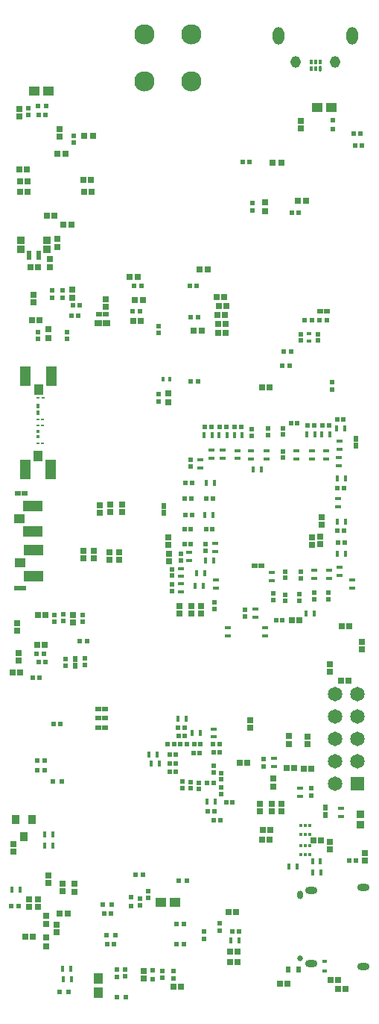
<source format=gbs>
G04*
G04 #@! TF.GenerationSoftware,Altium Limited,Altium Designer,25.1.2 (22)*
G04*
G04 Layer_Color=16711935*
%FSLAX44Y44*%
%MOMM*%
G71*
G04*
G04 #@! TF.SameCoordinates,95D3A89C-EAAA-4EA1-B578-E8640D1D2C9C*
G04*
G04*
G04 #@! TF.FilePolarity,Negative*
G04*
G01*
G75*
%ADD20R,0.5121X0.5811*%
%ADD21R,0.4000X0.5000*%
%ADD25R,0.7154X0.6725*%
%ADD33R,0.5200X0.5200*%
%ADD35R,0.5200X0.5200*%
%ADD37R,0.6000X0.5500*%
%ADD40R,1.2084X1.0121*%
%ADD44R,0.5811X0.5121*%
%ADD45R,0.5000X0.5000*%
%ADD48R,1.0121X1.2084*%
%ADD53R,0.5000X0.4000*%
%ADD54R,0.6725X0.7154*%
%ADD65R,0.4725X0.5153*%
%ADD69R,0.3541X0.2627*%
%ADD87R,0.4725X0.6725*%
%ADD93R,0.4500X0.6750*%
%ADD94R,0.6750X0.4500*%
%ADD101R,0.5000X0.5000*%
%ADD143R,0.4627X0.5541*%
%ADD144R,0.6000X0.6500*%
%ADD149R,2.3000X1.1500*%
%ADD150R,1.1500X1.1000*%
%ADD152R,0.5500X0.5500*%
%ADD153R,0.9000X1.0000*%
%ADD154R,0.7500X0.7000*%
%ADD158R,0.6500X0.7000*%
%ADD160R,0.7000X0.6500*%
%ADD161R,0.7000X0.7500*%
%ADD162R,0.8200X0.8200*%
%ADD180R,0.7500X0.7500*%
%ADD184R,0.8000X0.7500*%
%ADD195R,0.6500X0.6000*%
%ADD207O,1.3000X2.0000*%
%ADD208O,1.1500X1.3500*%
%ADD209C,2.3000*%
%ADD210C,1.6500*%
%ADD211R,1.6500X1.6500*%
%ADD212C,0.6500*%
G04:AMPARAMS|DCode=213|XSize=0.95mm|YSize=0.65mm|CornerRadius=0.325mm|HoleSize=0mm|Usage=FLASHONLY|Rotation=90.000|XOffset=0mm|YOffset=0mm|HoleType=Round|Shape=RoundedRectangle|*
%AMROUNDEDRECTD213*
21,1,0.9500,0.0000,0,0,90.0*
21,1,0.3000,0.6500,0,0,90.0*
1,1,0.6500,0.0000,0.1500*
1,1,0.6500,0.0000,-0.1500*
1,1,0.6500,0.0000,-0.1500*
1,1,0.6500,0.0000,0.1500*
%
%ADD213ROUNDEDRECTD213*%
G04:AMPARAMS|DCode=214|XSize=0.8mm|YSize=1.4mm|CornerRadius=0.4mm|HoleSize=0mm|Usage=FLASHONLY|Rotation=90.000|XOffset=0mm|YOffset=0mm|HoleType=Round|Shape=RoundedRectangle|*
%AMROUNDEDRECTD214*
21,1,0.8000,0.6000,0,0,90.0*
21,1,0.0000,1.4000,0,0,90.0*
1,1,0.8000,0.3000,0.0000*
1,1,0.8000,0.3000,0.0000*
1,1,0.8000,-0.3000,0.0000*
1,1,0.8000,-0.3000,0.0000*
%
%ADD214ROUNDEDRECTD214*%
%ADD215C,0.4064*%
%ADD233R,0.4000X0.3500*%
%ADD234R,0.5000X1.0000*%
%ADD239R,0.5725X0.6393*%
%ADD241R,0.5725X0.3725*%
%ADD242R,0.9062X0.9051*%
G04:AMPARAMS|DCode=246|XSize=0.4mm|YSize=0.62mm|CornerRadius=0.0995mm|HoleSize=0mm|Usage=FLASHONLY|Rotation=180.000|XOffset=0mm|YOffset=0mm|HoleType=Round|Shape=RoundedRectangle|*
%AMROUNDEDRECTD246*
21,1,0.4000,0.4210,0,0,180.0*
21,1,0.2010,0.6200,0,0,180.0*
1,1,0.1990,-0.1005,0.2105*
1,1,0.1990,0.1005,0.2105*
1,1,0.1990,0.1005,-0.2105*
1,1,0.1990,-0.1005,-0.2105*
%
%ADD246ROUNDEDRECTD246*%
G04:AMPARAMS|DCode=247|XSize=0.4mm|YSize=0.59mm|CornerRadius=0.0995mm|HoleSize=0mm|Usage=FLASHONLY|Rotation=180.000|XOffset=0mm|YOffset=0mm|HoleType=Round|Shape=RoundedRectangle|*
%AMROUNDEDRECTD247*
21,1,0.4000,0.3910,0,0,180.0*
21,1,0.2010,0.5900,0,0,180.0*
1,1,0.1990,-0.1005,0.1955*
1,1,0.1990,0.1005,0.1955*
1,1,0.1990,0.1005,-0.1955*
1,1,0.1990,-0.1005,-0.1955*
%
%ADD247ROUNDEDRECTD247*%
%ADD248R,0.7500X0.8000*%
%ADD249R,0.6600X0.6200*%
%ADD250R,1.1500X2.3000*%
%ADD251R,1.1000X1.1500*%
%ADD252R,0.7500X0.7500*%
%ADD253R,0.8500X0.8000*%
D20*
X213574Y404507D02*
D03*
Y397197D02*
D03*
X249000Y407345D02*
D03*
Y414655D02*
D03*
X318589Y798287D02*
D03*
X318815Y772154D02*
D03*
X301589Y797993D02*
D03*
X283589Y796905D02*
D03*
X339213Y642992D02*
D03*
X321589Y643215D02*
D03*
X370590Y618965D02*
D03*
X354589D02*
D03*
X337589Y617283D02*
D03*
X321714Y617013D02*
D03*
X307589Y618465D02*
D03*
X275821Y599715D02*
D03*
X240589Y608215D02*
D03*
X230966Y666904D02*
D03*
X213827Y769715D02*
D03*
X203097Y655905D02*
D03*
X192652Y638389D02*
D03*
X192589Y628215D02*
D03*
X248764Y398210D02*
D03*
X204433Y405040D02*
D03*
X240000Y422655D02*
D03*
X223071Y403582D02*
D03*
X204433Y397730D02*
D03*
X192589Y620904D02*
D03*
X203097Y663215D02*
D03*
X248764Y390900D02*
D03*
X223071Y396272D02*
D03*
X354589Y611654D02*
D03*
X240589Y600904D02*
D03*
X301589Y805304D02*
D03*
X307589Y611154D02*
D03*
X321714Y609702D02*
D03*
X337589Y609972D02*
D03*
X370590Y611654D02*
D03*
X339213Y635681D02*
D03*
X321589Y635905D02*
D03*
X275821Y592405D02*
D03*
X318589Y805598D02*
D03*
X230966Y674215D02*
D03*
X213827Y762404D02*
D03*
X283589Y804215D02*
D03*
X318815Y779465D02*
D03*
X192652Y645700D02*
D03*
X240000Y415345D02*
D03*
D21*
X190429Y861210D02*
D03*
X182429D02*
D03*
D25*
X69214Y1037000D02*
D03*
X78786D02*
D03*
X93214Y1137000D02*
D03*
X102786D02*
D03*
X223965Y986096D02*
D03*
X217214Y916693D02*
D03*
X153902Y977298D02*
D03*
X233536Y986096D02*
D03*
X144330Y977298D02*
D03*
X226785Y916693D02*
D03*
D33*
X261000Y235000D02*
D03*
X269000D02*
D03*
X34000Y523000D02*
D03*
X42000D02*
D03*
X88000Y564342D02*
D03*
X96000D02*
D03*
X49000Y540100D02*
D03*
X41000D02*
D03*
X78088Y933100D02*
D03*
X86088D02*
D03*
X88011Y945100D02*
D03*
X80011D02*
D03*
X320050Y892495D02*
D03*
X328050D02*
D03*
X328788Y1050250D02*
D03*
X336788D02*
D03*
X318256Y876770D02*
D03*
X326256D02*
D03*
X272787Y1108000D02*
D03*
X280788D02*
D03*
X368752Y928589D02*
D03*
X360752D02*
D03*
X343751Y928589D02*
D03*
X351751D02*
D03*
X399000Y1140000D02*
D03*
X407000D02*
D03*
X10000Y264000D02*
D03*
X18000D02*
D03*
X49000Y1161000D02*
D03*
X401000Y1126500D02*
D03*
X47843Y418000D02*
D03*
Y429061D02*
D03*
X222250Y859097D02*
D03*
X214000Y931693D02*
D03*
X213000Y967193D02*
D03*
X47000Y549500D02*
D03*
X157750Y967193D02*
D03*
X156250Y938096D02*
D03*
X126855Y220519D02*
D03*
X151327Y299000D02*
D03*
X402000Y315000D02*
D03*
X123314Y255000D02*
D03*
X197860Y243000D02*
D03*
X115314Y255000D02*
D03*
X118855Y220519D02*
D03*
X39843Y418000D02*
D03*
X214250Y859097D02*
D03*
X408999Y1126500D02*
D03*
X394000Y315000D02*
D03*
X39843Y429061D02*
D03*
X41000Y1161000D02*
D03*
X159327Y299000D02*
D03*
X205860Y243000D02*
D03*
X39000Y549500D02*
D03*
X148250Y938096D02*
D03*
X222000Y931693D02*
D03*
X221000Y967193D02*
D03*
X149750D02*
D03*
D35*
X246806Y244067D02*
D03*
Y236067D02*
D03*
X94000Y545000D02*
D03*
Y537000D02*
D03*
X58990Y586000D02*
D03*
Y594000D02*
D03*
X68990Y586762D02*
D03*
Y594762D02*
D03*
X40294Y906868D02*
D03*
Y914868D02*
D03*
X68042Y954000D02*
D03*
Y962000D02*
D03*
X56000D02*
D03*
Y954000D02*
D03*
X283788Y1053000D02*
D03*
Y1061000D02*
D03*
X374752Y857770D02*
D03*
Y849770D02*
D03*
X165965Y272764D02*
D03*
Y280763D02*
D03*
X81000Y1129638D02*
D03*
X72010Y544000D02*
D03*
X29000Y1161000D02*
D03*
X177442Y921693D02*
D03*
X177650Y836096D02*
D03*
X194000Y189821D02*
D03*
X156342Y264398D02*
D03*
X182000Y190270D02*
D03*
X229093Y226599D02*
D03*
X130000Y191488D02*
D03*
X139000Y192000D02*
D03*
X91410Y585900D02*
D03*
X351286Y389000D02*
D03*
X297000Y430000D02*
D03*
X194000Y181821D02*
D03*
X156342Y272398D02*
D03*
X351286Y397000D02*
D03*
X182000Y182270D02*
D03*
X81000Y1137638D02*
D03*
X29000Y1169000D02*
D03*
X139000Y184000D02*
D03*
X130000Y183488D02*
D03*
X229093Y234599D02*
D03*
X91410Y593900D02*
D03*
X72010Y536000D02*
D03*
X297000Y422000D02*
D03*
X177650Y844096D02*
D03*
X177442Y913693D02*
D03*
D37*
X58250Y470000D02*
D03*
X65750D02*
D03*
D40*
X374042Y1169500D02*
D03*
X358005D02*
D03*
X196019Y268160D02*
D03*
X179981D02*
D03*
X52019Y1188000D02*
D03*
X35981D02*
D03*
D44*
X380467Y815611D02*
D03*
X371245Y808560D02*
D03*
X388245Y737942D02*
D03*
X346934Y808560D02*
D03*
X335244Y811560D02*
D03*
X263934Y807560D02*
D03*
X254245D02*
D03*
X388245Y689833D02*
D03*
X381934Y675600D02*
D03*
X318245Y587560D02*
D03*
X239245Y725559D02*
D03*
X238747Y691553D02*
D03*
X229934Y807560D02*
D03*
X215245Y743560D02*
D03*
X214751Y725559D02*
D03*
X215245Y707560D02*
D03*
X214263Y691560D02*
D03*
X214245Y674560D02*
D03*
X261655Y381000D02*
D03*
X202102Y447467D02*
D03*
X194866Y446941D02*
D03*
X247311Y438000D02*
D03*
X240000Y403000D02*
D03*
X217716Y447291D02*
D03*
X216989Y436944D02*
D03*
X197172Y425006D02*
D03*
X247335Y361000D02*
D03*
X197368Y415774D02*
D03*
X197185Y435188D02*
D03*
X246655Y447000D02*
D03*
X199390Y466000D02*
D03*
X200140Y456907D02*
D03*
X240775Y371265D02*
D03*
X187555Y446941D02*
D03*
X232689Y403000D02*
D03*
X254345Y381000D02*
D03*
X206934Y674560D02*
D03*
X207441Y725559D02*
D03*
X206952Y691560D02*
D03*
X207934Y707560D02*
D03*
X237245Y807560D02*
D03*
X271245D02*
D03*
X363934Y808560D02*
D03*
X354245D02*
D03*
X389245Y675600D02*
D03*
X380934Y689833D02*
D03*
Y737942D02*
D03*
X240000Y438000D02*
D03*
X239345Y447000D02*
D03*
X310934Y587560D02*
D03*
X231437Y691553D02*
D03*
X387778Y815611D02*
D03*
X327934Y811560D02*
D03*
X207934Y743560D02*
D03*
X246934Y807560D02*
D03*
X231934Y725559D02*
D03*
X225026Y447291D02*
D03*
X189874Y435188D02*
D03*
X240025Y361000D02*
D03*
X233464Y371265D02*
D03*
X207451Y456907D02*
D03*
X206701Y466000D02*
D03*
X224300Y436944D02*
D03*
X209412Y447467D02*
D03*
X189861Y425006D02*
D03*
X190058Y415774D02*
D03*
D45*
X200000Y292000D02*
D03*
X210000D02*
D03*
X130000Y160000D02*
D03*
X57000Y405000D02*
D03*
X50000Y1171000D02*
D03*
X128000Y231000D02*
D03*
X140000Y160000D02*
D03*
X124178Y265000D02*
D03*
X65000Y166000D02*
D03*
X40000Y1171000D02*
D03*
X67000Y405000D02*
D03*
X114178Y265000D02*
D03*
X118000Y231000D02*
D03*
X75000Y166000D02*
D03*
D48*
X109061Y165481D02*
D03*
Y181519D02*
D03*
D53*
X348752Y912770D02*
D03*
Y904770D02*
D03*
D54*
X62000Y1010792D02*
D03*
Y1020363D02*
D03*
X51847Y917881D02*
D03*
Y908310D02*
D03*
X79000Y962786D02*
D03*
Y953214D02*
D03*
X188250Y835311D02*
D03*
X308000Y399215D02*
D03*
Y408786D02*
D03*
X188250Y844882D02*
D03*
D65*
X73000Y907425D02*
D03*
Y914996D02*
D03*
X358506Y912556D02*
D03*
Y904985D02*
D03*
X339007D02*
D03*
Y912556D02*
D03*
D69*
X45543Y816000D02*
D03*
X40457D02*
D03*
X45826Y840021D02*
D03*
X45606Y788750D02*
D03*
X45543Y809000D02*
D03*
X40519Y788750D02*
D03*
X40457Y809000D02*
D03*
X40739Y840021D02*
D03*
D87*
X325000Y192000D02*
D03*
X337000D02*
D03*
D93*
X259375Y224653D02*
D03*
X268625D02*
D03*
X78453Y180875D02*
D03*
X69204D02*
D03*
X19625Y282000D02*
D03*
X10375D02*
D03*
X57375Y332000D02*
D03*
X48125D02*
D03*
X77500Y192375D02*
D03*
X68250D02*
D03*
X379579Y805611D02*
D03*
X372214Y798985D02*
D03*
X389964Y748560D02*
D03*
X345964Y798985D02*
D03*
X263429Y797935D02*
D03*
X293979Y758867D02*
D03*
X255214Y797935D02*
D03*
X240964Y743560D02*
D03*
X390214Y699983D02*
D03*
X380964Y663560D02*
D03*
X345214Y595196D02*
D03*
X239464Y707426D02*
D03*
X239811Y655215D02*
D03*
X325400Y308625D02*
D03*
X362088Y302000D02*
D03*
X361625Y314000D02*
D03*
X229162Y797810D02*
D03*
X229965Y641560D02*
D03*
X228214Y626560D02*
D03*
X48125Y345000D02*
D03*
X169375Y425000D02*
D03*
X166791Y435518D02*
D03*
X199375Y476000D02*
D03*
X215622Y459612D02*
D03*
X241955Y381717D02*
D03*
X352375Y314000D02*
D03*
X238412Y797810D02*
D03*
X272679Y797935D02*
D03*
X362965Y798985D02*
D03*
X355214D02*
D03*
X390214Y663560D02*
D03*
X380964Y699983D02*
D03*
X380714Y748560D02*
D03*
X352838Y302000D02*
D03*
X334650Y308625D02*
D03*
X230561Y655215D02*
D03*
X388829Y805611D02*
D03*
X284729Y758867D02*
D03*
X245965Y797935D02*
D03*
X230214Y707426D02*
D03*
X231714Y743560D02*
D03*
X354464Y595196D02*
D03*
X220714Y641560D02*
D03*
X218964Y626560D02*
D03*
X176041Y435518D02*
D03*
X208625Y476000D02*
D03*
X224872Y459612D02*
D03*
X178625Y425000D02*
D03*
X232705Y381717D02*
D03*
X57375Y345000D02*
D03*
D94*
X385000Y365271D02*
D03*
Y374521D02*
D03*
X397333Y624375D02*
D03*
Y633625D02*
D03*
X383420Y782185D02*
D03*
X382043Y772469D02*
D03*
X367589Y770935D02*
D03*
X351589Y770435D02*
D03*
X334344Y770753D02*
D03*
X300589Y770935D02*
D03*
X282531Y770435D02*
D03*
X267589Y771184D02*
D03*
X250589Y771935D02*
D03*
X237590D02*
D03*
X381589Y725810D02*
D03*
X370943Y644192D02*
D03*
X383589Y638816D02*
D03*
X354720Y644847D02*
D03*
X306243Y642188D02*
D03*
X287319Y600752D02*
D03*
X298589Y579185D02*
D03*
X241590Y665935D02*
D03*
X256419Y579560D02*
D03*
X242690Y633185D02*
D03*
X224827Y769935D02*
D03*
X212589Y655462D02*
D03*
X203214Y637420D02*
D03*
Y629235D02*
D03*
X338000Y388411D02*
D03*
X308807Y431000D02*
D03*
X240000Y464625D02*
D03*
X256419Y570310D02*
D03*
X203214Y619985D02*
D03*
X212589Y664712D02*
D03*
X338000Y397660D02*
D03*
X240000Y455375D02*
D03*
X298589Y569935D02*
D03*
X351589Y779685D02*
D03*
X354720Y635597D02*
D03*
X242690Y623935D02*
D03*
X367589Y780185D02*
D03*
X267589Y780435D02*
D03*
X250589Y781184D02*
D03*
X382043Y763219D02*
D03*
X381589Y716560D02*
D03*
X383420Y791435D02*
D03*
X203214Y646670D02*
D03*
X370943Y634941D02*
D03*
X383589Y648067D02*
D03*
X306243Y632937D02*
D03*
X287319Y591502D02*
D03*
X241590Y675185D02*
D03*
X224827Y760685D02*
D03*
X300589Y780185D02*
D03*
X282531Y779685D02*
D03*
X237590Y781185D02*
D03*
X334344Y780003D02*
D03*
X308807Y421750D02*
D03*
D101*
X376000Y1155000D02*
D03*
Y1145000D02*
D03*
X171000Y191000D02*
D03*
X146017Y263532D02*
D03*
X171000Y181000D02*
D03*
X146017Y273532D02*
D03*
D143*
X40578Y830609D02*
D03*
Y823523D02*
D03*
D144*
X83000Y543850D02*
D03*
X183589Y717560D02*
D03*
Y710060D02*
D03*
X402000Y786250D02*
D03*
Y793750D02*
D03*
X83000Y536350D02*
D03*
D149*
X35000Y667750D02*
D03*
Y638250D02*
D03*
X34400Y717750D02*
D03*
Y688250D02*
D03*
D150*
X19750Y653000D02*
D03*
X19150Y703000D02*
D03*
D152*
X206000Y220000D02*
D03*
X198000D02*
D03*
D153*
X24000Y342123D02*
D03*
X33500Y362123D02*
D03*
X14500D02*
D03*
D154*
X39350Y559737D02*
D03*
X47850D02*
D03*
X315750Y175250D02*
D03*
X324250D02*
D03*
X59271Y1046500D02*
D03*
X50771D02*
D03*
X33750Y928000D02*
D03*
X42250D02*
D03*
X385750Y581000D02*
D03*
X394250D02*
D03*
X393250Y519625D02*
D03*
X384750D02*
D03*
X34351Y229250D02*
D03*
X25850D02*
D03*
X265250Y257000D02*
D03*
X157250Y927174D02*
D03*
X350664Y419625D02*
D03*
X194750Y172000D02*
D03*
X11750Y529000D02*
D03*
X245000Y914096D02*
D03*
X203250Y172000D02*
D03*
X337839Y587560D02*
D03*
X48840Y594000D02*
D03*
X329339Y587560D02*
D03*
X256750Y257000D02*
D03*
X40340Y594000D02*
D03*
X342164Y419625D02*
D03*
X40250Y988000D02*
D03*
X31750D02*
D03*
X322736Y420000D02*
D03*
X331236D02*
D03*
X148750Y927174D02*
D03*
X253500Y914096D02*
D03*
X20250Y529000D02*
D03*
D158*
X282000Y466087D02*
D03*
Y474586D02*
D03*
X372000Y327735D02*
D03*
Y336235D02*
D03*
X40327Y263000D02*
D03*
Y271500D02*
D03*
X30327Y263000D02*
D03*
Y271500D02*
D03*
X61577Y242500D02*
D03*
Y234000D02*
D03*
X52000Y289750D02*
D03*
Y298250D02*
D03*
X65000Y1145250D02*
D03*
Y1136750D02*
D03*
X117500Y943846D02*
D03*
Y952346D02*
D03*
D160*
X304000Y339000D02*
D03*
X295500D02*
D03*
X269750Y426000D02*
D03*
X278250D02*
D03*
X258750Y199691D02*
D03*
X267250D02*
D03*
X28200Y1073650D02*
D03*
X19699D02*
D03*
X28200Y1086000D02*
D03*
X19700D02*
D03*
X27644Y1099050D02*
D03*
X19144D02*
D03*
X92750Y1073650D02*
D03*
X101250D02*
D03*
X91800Y1087000D02*
D03*
X100300D02*
D03*
X304001Y851770D02*
D03*
X295502D02*
D03*
X71250Y1117000D02*
D03*
X353650Y338500D02*
D03*
X362150D02*
D03*
X258750Y212000D02*
D03*
X267250D02*
D03*
X304250Y350000D02*
D03*
X295750D02*
D03*
X381750Y169500D02*
D03*
X390250D02*
D03*
X381250Y180000D02*
D03*
X372750D02*
D03*
X243135Y954264D02*
D03*
X251635D02*
D03*
X254384Y944307D02*
D03*
X245884D02*
D03*
X244634Y933922D02*
D03*
X253134D02*
D03*
X253500Y924097D02*
D03*
X245000D02*
D03*
X62750Y1117000D02*
D03*
D161*
X80000Y585112D02*
D03*
Y593612D02*
D03*
X19000Y1168250D02*
D03*
Y1159750D02*
D03*
X54000Y988750D02*
D03*
Y997250D02*
D03*
X18000Y541750D02*
D03*
Y550250D02*
D03*
X34991Y948850D02*
D03*
Y957350D02*
D03*
X372500Y529529D02*
D03*
Y538029D02*
D03*
X408500Y563029D02*
D03*
Y554529D02*
D03*
X68345Y280414D02*
D03*
Y288914D02*
D03*
X17000Y584250D02*
D03*
X92000Y666250D02*
D03*
X351589Y673433D02*
D03*
X111000Y709750D02*
D03*
X132400Y665045D02*
D03*
X412000Y315250D02*
D03*
X188589Y681809D02*
D03*
X189081Y654560D02*
D03*
X225589Y595521D02*
D03*
X214589D02*
D03*
X201589Y595310D02*
D03*
X362589Y696310D02*
D03*
X160293Y190250D02*
D03*
X325656Y447750D02*
D03*
X347000Y447169D02*
D03*
X122700Y710750D02*
D03*
X136000D02*
D03*
X104000Y666250D02*
D03*
X122000Y665250D02*
D03*
X361589Y674433D02*
D03*
X317000Y370750D02*
D03*
X306000D02*
D03*
X293000Y370750D02*
D03*
X339000Y1154250D02*
D03*
X160293Y181750D02*
D03*
X362589Y704810D02*
D03*
X351589Y681933D02*
D03*
X92000Y657750D02*
D03*
X361589Y682933D02*
D03*
X188589Y673310D02*
D03*
X189081Y663060D02*
D03*
X225589Y604021D02*
D03*
X201589Y603810D02*
D03*
X214589Y604021D02*
D03*
X412000Y323750D02*
D03*
X104000Y657750D02*
D03*
X122700Y719250D02*
D03*
X111000Y718250D02*
D03*
X132400Y656545D02*
D03*
X136000Y719250D02*
D03*
X122000Y656750D02*
D03*
X317000Y379250D02*
D03*
X306000D02*
D03*
X293000Y379250D02*
D03*
X339000Y1145750D02*
D03*
X347000Y455668D02*
D03*
X325656Y456250D02*
D03*
X17000Y575750D02*
D03*
X12000Y325750D02*
D03*
Y334250D02*
D03*
D162*
X21000Y1019100D02*
D03*
X50884Y1019177D02*
D03*
X21000Y1008900D02*
D03*
X50884Y1008978D02*
D03*
D180*
X81767Y289414D02*
D03*
Y279414D02*
D03*
X49577Y228250D02*
D03*
Y218250D02*
D03*
D184*
X307288Y1106765D02*
D03*
X316788D02*
D03*
X345538Y1064000D02*
D03*
X336038D02*
D03*
X159561Y951132D02*
D03*
X150061D02*
D03*
D195*
X16250Y624000D02*
D03*
X23750D02*
D03*
X17250Y732000D02*
D03*
X24750D02*
D03*
X116750Y487000D02*
D03*
X109250D02*
D03*
X109500Y935096D02*
D03*
X109250Y477000D02*
D03*
Y466000D02*
D03*
X294517Y649487D02*
D03*
X287016D02*
D03*
X116750Y477000D02*
D03*
Y466000D02*
D03*
X117000Y935096D02*
D03*
D207*
X397250Y1251000D02*
D03*
X313750D02*
D03*
D208*
X377750Y1221000D02*
D03*
X333250D02*
D03*
D209*
X214714Y1199251D02*
D03*
Y1252551D02*
D03*
X161414Y1199251D02*
D03*
Y1252551D02*
D03*
D210*
X378000Y504200D02*
D03*
X403400D02*
D03*
X378000Y478800D02*
D03*
Y453400D02*
D03*
Y428000D02*
D03*
Y402600D02*
D03*
X403400Y478800D02*
D03*
Y453400D02*
D03*
Y428000D02*
D03*
D211*
Y402600D02*
D03*
D212*
X338600Y204000D02*
D03*
D213*
Y276000D02*
D03*
D214*
X351100Y198700D02*
D03*
Y281300D02*
D03*
X410600Y195100D02*
D03*
Y284900D02*
D03*
D215*
X349000Y355000D02*
D03*
X344000D02*
D03*
X339000D02*
D03*
X349000Y322000D02*
D03*
X344000D02*
D03*
X339000D02*
D03*
X349000Y345000D02*
D03*
X344000D02*
D03*
X339000D02*
D03*
X349000Y332000D02*
D03*
X344000D02*
D03*
X339000D02*
D03*
D233*
X40249Y802433D02*
D03*
Y795933D02*
D03*
D234*
X41500Y1002000D02*
D03*
X30500D02*
D03*
D239*
X367000Y366625D02*
D03*
Y374957D02*
D03*
D241*
X366000Y201000D02*
D03*
Y190000D02*
D03*
D242*
X407000Y368006D02*
D03*
Y355994D02*
D03*
D246*
X361172Y1213900D02*
D03*
D247*
X351172Y1213750D02*
D03*
X356172D02*
D03*
Y1221450D02*
D03*
X361172D02*
D03*
X351172D02*
D03*
D248*
X298288Y1052250D02*
D03*
Y1061750D02*
D03*
X49577Y253000D02*
D03*
Y243500D02*
D03*
D249*
X368651Y938000D02*
D03*
X360851D02*
D03*
D250*
X55750Y865000D02*
D03*
X26250D02*
D03*
X25511Y759022D02*
D03*
X55011D02*
D03*
D251*
X41000Y849750D02*
D03*
X40261Y774271D02*
D03*
D252*
X74578Y255250D02*
D03*
X64578D02*
D03*
D253*
X108500Y925096D02*
D03*
X118000D02*
D03*
M02*

</source>
